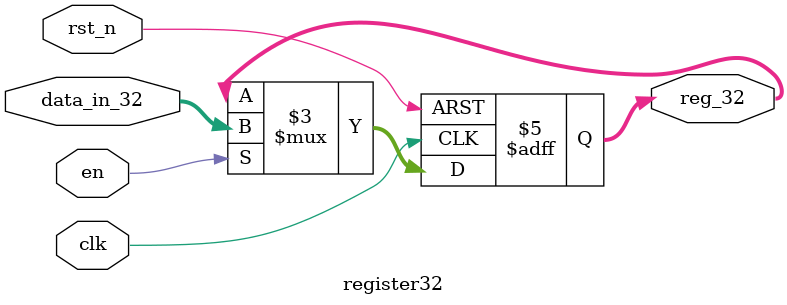
<source format=sv>
module register32 (
    input logic clk,          
    input logic rst_n,        // Asynchronous active-low reset
    
    input logic [31:0] data_in_32, 
    input logic en,
    output logic [31:0] reg_32
   
);

    
    always_ff @(posedge clk or negedge rst_n) begin
        if (!rst_n)
            reg_32 <= 32'b0; 
        else if(en)
            reg_32 <= data_in_32; 
    end

   

endmodule


</source>
